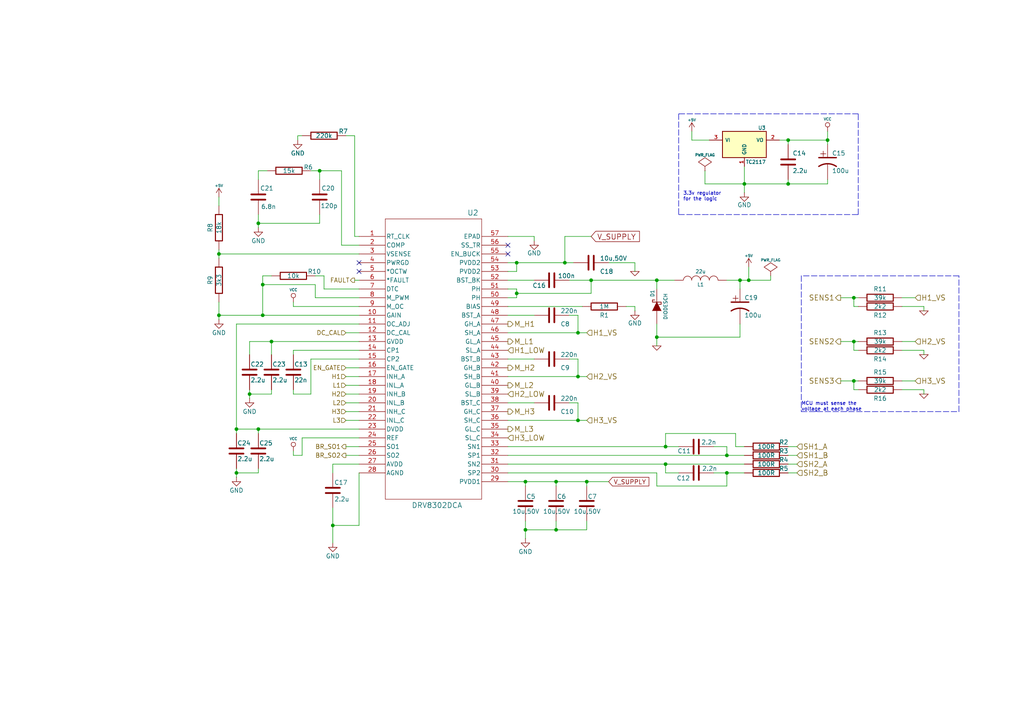
<source format=kicad_sch>
(kicad_sch (version 20231120) (generator "eeschema") (generator_version "8.0")
  (paper "A4")
  (lib_symbols
    (symbol "BLDC_4-rescue:+5V" (power) (pin_names (offset 0))
      (property "Value" "+5V" (at 0 3.556 0))
      (symbol "+5V_0_1"
        (polyline (pts (xy -0.762 1.27) (xy 0 2.54)))
        (polyline (pts (xy 0 0) (xy 0 2.54)))
        (polyline (pts (xy 0 2.54) (xy 0.762 1.27)))
      )
      (symbol "+5V_1_1"
        (pin power_in line (at 0 0 90) (length 0) hide (name "+5V") (number "1"))
      )
    )
    (symbol "BLDC_4-rescue:C-RESCUE-BLDC_4" (pin_numbers hide) (pin_names (offset 0.254))
      (property "Reference" "C" (at 0 2.54 0))
      (property "Value" "C-RESCUE-BLDC_4" (at 0.1524 -2.159 0))
      (symbol "C-RESCUE-BLDC_4_0_1"
        (polyline (pts (xy -2.032 -0.762) (xy 2.032 -0.762)) (stroke (width 0.508)))
        (polyline (pts (xy -2.032 0.762) (xy 2.032 0.762)) (stroke (width 0.508)))
      )
      (symbol "C-RESCUE-BLDC_4_1_1"
        (pin passive line (at 0 5.08 270) (length 4.318) (name "~") (number "1"))
        (pin passive line (at 0 -5.08 90) (length 4.318) (name "~") (number "2"))
      )
    )
    (symbol "BLDC_4-rescue:CP1-RESCUE-BLDC_4" (pin_numbers hide) (pin_names (offset 0.254) hide)
      (property "Reference" "C" (at 1.27 2.54 0))
      (property "Value" "CP1-RESCUE-BLDC_4" (at 1.27 -2.54 0))
      (symbol "CP1-RESCUE-BLDC_4_0_0"
        (text "+" (at -1.27 2.54 0) (effects (font (size 2.032 2.032))))
      )
      (symbol "CP1-RESCUE-BLDC_4_0_1"
        (polyline (pts (xy -2.54 1.27) (xy 2.54 1.27) (xy 1.27 1.27) (xy 1.27 1.27)) (stroke (width 0.381)))
        (arc (start 2.54 -1.27) (mid 0 -0.5009) (end -2.54 -1.27) (stroke (width 0.381)))
      )
      (symbol "CP1-RESCUE-BLDC_4_1_1"
        (pin passive line (at 0 5.08 270) (length 3.81) (name "~") (number "1"))
        (pin passive line (at 0 -5.08 90) (length 4.572) (name "~") (number "2"))
      )
    )
    (symbol "BLDC_4-rescue:DIODESCH" (pin_numbers hide) (pin_names (offset 1.016) hide)
      (property "Reference" "D" (at 0 2.54 0))
      (property "Value" "DIODESCH" (at 0 -2.54 0))
      (symbol "DIODESCH_0_1"
        (polyline (pts (xy -1.27 1.27) (xy 1.27 0) (xy -1.27 -1.27)) (fill (type outline)))
        (polyline (pts (xy 1.905 0.635) (xy 1.905 1.27) (xy 1.27 1.27) (xy 1.27 -1.27) (xy 0.635 -1.27) (xy 0.635 -0.635)) (stroke (width 0.2032)))
      )
      (symbol "DIODESCH_1_1"
        (pin passive line (at -5.08 0 0) (length 3.81) (name "A") (number "1"))
        (pin passive line (at 5.08 0 180) (length 3.81) (name "K") (number "2"))
      )
    )
    (symbol "BLDC_4-rescue:GND-RESCUE-BLDC_4" (power) (pin_names (offset 0))
      (symbol "GND-RESCUE-BLDC_4_0_1"
        (polyline (pts (xy -1.27 0) (xy 0 -1.27) (xy 1.27 0) (xy -1.27 0)))
      )
      (symbol "GND-RESCUE-BLDC_4_1_1"
        (pin power_in line (at 0 0 90) (length 0) hide (name "GND") (number "1"))
      )
    )
    (symbol "BLDC_4-rescue:INDUCTOR" (pin_numbers hide) (pin_names (offset 1.016) hide)
      (property "Reference" "L" (at -1.27 0 90))
      (property "Value" "INDUCTOR" (at 2.54 0 90))
      (symbol "INDUCTOR_0_1"
        (arc (start 0.0254 -5.0546) (mid 1.2449 -3.8097) (end 0.0254 -2.54))
        (arc (start 0.0254 -2.5146) (mid 1.2703 -1.2444) (end 0.0254 0.0508))
        (arc (start 0.0254 0.0254) (mid 1.2703 1.2956) (end 0.0254 2.5908))
        (arc (start 0.0254 2.5654) (mid 1.1941 3.7595) (end 0.0254 4.9784))
      )
      (symbol "INDUCTOR_1_1"
        (pin passive line (at 0 7.62 270) (length 2.54) (name "1") (number "1"))
        (pin passive line (at 0 -7.62 90) (length 2.54) (name "2") (number "2"))
      )
    )
    (symbol "BLDC_4-rescue:NCP1117ST33T3G" (pin_names (offset 0.762))
      (property "Reference" "U" (at 0 6.35 0))
      (property "Value" "NCP1117ST33T3G" (at 0 5.08 0))
      (symbol "NCP1117ST33T3G_0_1"
        (rectangle (start -6.35 -3.81) (end 6.35 3.81) (stroke (width 0.254)) (fill (type background)))
      )
      (symbol "NCP1117ST33T3G_1_1"
        (pin power_in line (at 0 -6.35 90) (length 2.54) (name "GND") (number "1"))
        (pin power_out line (at 10.16 1.27 180) (length 3.81) (name "VO") (number "2"))
        (pin power_in line (at -10.16 1.27 0) (length 3.81) (name "VI") (number "3"))
      )
    )
    (symbol "BLDC_4-rescue:PWR_FLAG" (power) (pin_numbers hide) (pin_names (offset 0) hide)
      (property "Value" "PWR_FLAG" (at 0 4.572 0))
      (symbol "PWR_FLAG_0_0"
        (pin power_out line (at 0 0 90) (length 0) (name "pwr") (number "1"))
      )
      (symbol "PWR_FLAG_0_1"
        (polyline (pts (xy 0 0) (xy 0 1.27) (xy -1.905 2.54) (xy 0 3.81) (xy 1.905 2.54) (xy 0 1.27)))
      )
    )
    (symbol "BLDC_4-rescue:R-RESCUE-BLDC_4" (pin_numbers hide) (pin_names (offset 0))
      (property "Reference" "R" (at 2.032 0 90))
      (property "Value" "R-RESCUE-BLDC_4" (at 0.1778 0.0254 90))
      (symbol "R-RESCUE-BLDC_4_0_1"
        (rectangle (start -1.016 3.81) (end 1.016 -3.81) (stroke (width 0.3048)))
      )
      (symbol "R-RESCUE-BLDC_4_1_1"
        (pin passive line (at 0 6.35 270) (length 2.54) (name "~") (number "1"))
        (pin passive line (at 0 -6.35 90) (length 2.54) (name "~") (number "2"))
      )
    )
    (symbol "BLDC_4-rescue:VCC" (power) (pin_names (offset 0))
      (property "Value" "VCC" (at 0 3.81 0))
      (symbol "VCC_0_1"
        (polyline (pts (xy 0 0) (xy 0 1.27)))
        (circle (center 0 1.905) (radius 0.635))
      )
      (symbol "VCC_1_1"
        (pin power_in line (at 0 0 90) (length 0) hide (name "VCC") (number "1"))
      )
    )
    (symbol "DRV8302:DRV8302DCA" (pin_names (offset 0.254))
      (property "Reference" "U" (at 35.56 10.16 0))
      (property "Value" "DRV8302DCA" (at 35.56 7.62 0))
      (symbol "DRV8302DCA_0_1"
        (polyline (pts (xy 7.62 -76.2) (xy 35.56 -76.2)) (stroke (width 0.127)))
        (polyline (pts (xy 7.62 5.08) (xy 7.62 -76.2)) (stroke (width 0.127)))
        (polyline (pts (xy 35.56 5.08) (xy 7.62 5.08)) (stroke (width 0.127)))
        (pin input line (at 0 0 0) (length 7.62) (name "RT_CLK") (number "1"))
        (pin output line (at 0 -22.86 0) (length 7.62) (name "GAIN") (number "10"))
        (pin input line (at 0 -25.4 0) (length 7.62) (name "OC_ADJ") (number "11"))
        (pin input line (at 0 -27.94 0) (length 7.62) (name "DC_CAL") (number "12"))
        (pin power_in line (at 0 -30.48 0) (length 7.62) (name "GVDD") (number "13"))
        (pin power_in line (at 0 -33.02 0) (length 7.62) (name "CP1") (number "14"))
        (pin power_in line (at 0 -35.56 0) (length 7.62) (name "CP2") (number "15"))
        (pin input line (at 0 -38.1 0) (length 7.62) (name "EN_GATE") (number "16"))
        (pin input line (at 0 -40.64 0) (length 7.62) (name "INH_A") (number "17"))
        (pin input line (at 0 -43.18 0) (length 7.62) (name "INL_A") (number "18"))
        (pin input line (at 0 -45.72 0) (length 7.62) (name "INH_B") (number "19"))
        (pin output line (at 0 -2.54 0) (length 7.62) (name "COMP") (number "2"))
        (pin input line (at 0 -48.26 0) (length 7.62) (name "INL_B") (number "20"))
        (pin input line (at 0 -50.8 0) (length 7.62) (name "INH_C") (number "21"))
        (pin input line (at 0 -53.34 0) (length 7.62) (name "INL_C") (number "22"))
        (pin power_in line (at 0 -55.88 0) (length 7.62) (name "DVDD") (number "23"))
        (pin input line (at 0 -58.42 0) (length 7.62) (name "REF") (number "24"))
        (pin output line (at 0 -60.96 0) (length 7.62) (name "SO1") (number "25"))
        (pin output line (at 0 -63.5 0) (length 7.62) (name "SO2") (number "26"))
        (pin power_in line (at 0 -66.04 0) (length 7.62) (name "AVDD") (number "27"))
        (pin power_in line (at 0 -68.58 0) (length 7.62) (name "AGND") (number "28"))
        (pin power_in line (at 43.18 -71.12 180) (length 7.62) (name "PVDD1") (number "29"))
        (pin input line (at 0 -5.08 0) (length 7.62) (name "VSENSE") (number "3"))
        (pin input line (at 43.18 -68.58 180) (length 7.62) (name "SP2") (number "30"))
        (pin input line (at 43.18 -66.04 180) (length 7.62) (name "SN2") (number "31"))
        (pin input line (at 43.18 -63.5 180) (length 7.62) (name "SP1") (number "32"))
        (pin input line (at 43.18 -60.96 180) (length 7.62) (name "SN1") (number "33"))
        (pin input line (at 43.18 -58.42 180) (length 7.62) (name "SL_C") (number "34"))
        (pin output line (at 43.18 -55.88 180) (length 7.62) (name "GL_C") (number "35"))
        (pin input line (at 43.18 -53.34 180) (length 7.62) (name "SH_C") (number "36"))
        (pin output line (at 43.18 -50.8 180) (length 7.62) (name "GH_C") (number "37"))
        (pin power_in line (at 43.18 -48.26 180) (length 7.62) (name "BST_C") (number "38"))
        (pin input line (at 43.18 -45.72 180) (length 7.62) (name "SL_B") (number "39"))
        (pin input line (at 0 -7.62 0) (length 7.62) (name "PWRGD") (number "4"))
        (pin output line (at 43.18 -43.18 180) (length 7.62) (name "GL_B") (number "40"))
        (pin input line (at 43.18 -40.64 180) (length 7.62) (name "SH_B") (number "41"))
        (pin output line (at 43.18 -38.1 180) (length 7.62) (name "GH_B") (number "42"))
        (pin power_in line (at 43.18 -35.56 180) (length 7.62) (name "BST_B") (number "43"))
        (pin input line (at 43.18 -33.02 180) (length 7.62) (name "SL_A") (number "44"))
        (pin output line (at 43.18 -30.48 180) (length 7.62) (name "GL_A") (number "45"))
        (pin input line (at 43.18 -27.94 180) (length 7.62) (name "SH_A") (number "46"))
        (pin output line (at 43.18 -25.4 180) (length 7.62) (name "GH_A") (number "47"))
        (pin power_in line (at 43.18 -22.86 180) (length 7.62) (name "BST_A") (number "48"))
        (pin input line (at 43.18 -20.32 180) (length 7.62) (name "BIAS") (number "49"))
        (pin output line (at 0 -10.16 0) (length 7.62) (name "*OCTW") (number "5"))
        (pin output line (at 43.18 -17.78 180) (length 7.62) (name "PH") (number "50"))
        (pin output line (at 43.18 -15.24 180) (length 7.62) (name "PH") (number "51"))
        (pin power_in line (at 43.18 -12.7 180) (length 7.62) (name "BST_BK") (number "52"))
        (pin power_in line (at 43.18 -10.16 180) (length 7.62) (name "PVDD2") (number "53"))
        (pin power_in line (at 43.18 -7.62 180) (length 7.62) (name "PVDD2") (number "54"))
        (pin input line (at 43.18 -5.08 180) (length 7.62) (name "EN_BUCK") (number "55"))
        (pin input line (at 43.18 -2.54 180) (length 7.62) (name "SS_TR") (number "56"))
        (pin unspecified line (at 43.18 0 180) (length 7.62) (name "EPAD") (number "57"))
        (pin output line (at 0 -12.7 0) (length 7.62) (name "*FAULT") (number "6"))
        (pin input line (at 0 -15.24 0) (length 7.62) (name "DTC") (number "7"))
        (pin input line (at 0 -17.78 0) (length 7.62) (name "M_PWM") (number "8"))
        (pin input line (at 0 -20.32 0) (length 7.62) (name "M_OC") (number "9"))
      )
      (symbol "DRV8302DCA_1_1"
        (polyline (pts (xy 35.56 -76.2) (xy 35.56 5.08)) (stroke (width 0.127)))
      )
    )
    (symbol "power:GND" (power) (pin_numbers hide) (pin_names (offset 0) hide)
      (property "Value" "GND" (at 0 -3.81 0))
      (symbol "GND_0_1"
        (polyline (pts (xy 0 0) (xy 0 -1.27) (xy 1.27 -1.27) (xy 0 -2.54) (xy -1.27 -1.27) (xy 0 -1.27)))
      )
      (symbol "GND_1_1"
        (pin power_in line (at 0 0 270) (length 0) (name "~") (number "1"))
      )
    )
  )
  (junction (at 240.03 40.64))
  (junction (at 163.83 76.2))
  (junction (at 167.64 121.92))
  (junction (at 92.71 49.53))
  (junction (at 68.58 137.16))
  (junction (at 78.74 99.06))
  (junction (at 161.29 139.7))
  (junction (at 247.65 110.49))
  (junction (at 96.52 152.4))
  (junction (at 247.65 86.36))
  (junction (at 68.58 124.46))
  (junction (at 228.6 40.64))
  (junction (at 161.29 153.67))
  (junction (at 63.5 73.66))
  (junction (at 193.04 129.54))
  (junction (at 63.5 91.44))
  (junction (at 190.5 81.28))
  (junction (at 167.64 109.22))
  (junction (at 171.45 81.28))
  (junction (at 193.04 134.62))
  (junction (at 76.2 91.44))
  (junction (at 170.18 139.7))
  (junction (at 167.64 96.52))
  (junction (at 217.17 81.28))
  (junction (at 247.65 99.06))
  (junction (at 214.63 81.28))
  (junction (at 152.4 139.7))
  (junction (at 74.93 64.77))
  (junction (at 215.9 53.34))
  (junction (at 228.6 53.34))
  (junction (at 74.93 124.46))
  (junction (at 76.2 82.55))
  (junction (at 210.82 132.08))
  (junction (at 149.86 76.2))
  (junction (at 190.5 97.79))
  (junction (at 72.39 114.3))
  (junction (at 152.4 153.67))
  (junction (at 210.82 137.16))
  (junction (at 149.86 85.09))
  (no_connect (at 147.32 71.12))
  (no_connect (at 147.32 73.66))
  (no_connect (at 104.14 76.2))
  (no_connect (at 104.14 78.74))
  (wire (pts (xy 228.6 40.64) (xy 228.6 41.91)))
  (wire (pts (xy 261.62 110.49) (xy 265.43 110.49)))
  (wire (pts (xy 190.5 97.79) (xy 214.63 97.79)))
  (wire (pts (xy 247.65 99.06) (xy 248.92 99.06)))
  (wire (pts (xy 87.63 127) (xy 87.63 132.08)))
  (wire (pts (xy 247.65 88.9) (xy 247.65 86.36)))
  (wire (pts (xy 267.97 113.03) (xy 267.97 114.3)))
  (wire (pts (xy 76.2 80.01) (xy 76.2 82.55)))
  (wire (pts (xy 72.39 99.06) (xy 78.74 99.06)))
  (polyline (pts (xy 278.13 119.38) (xy 278.13 80.01)) (stroke (width 0) (type dash)))
  (wire (pts (xy 74.93 124.46) (xy 68.58 124.46)))
  (wire (pts (xy 248.92 113.03) (xy 247.65 113.03)))
  (wire (pts (xy 165.1 81.28) (xy 171.45 81.28)))
  (wire (pts (xy 100.33 121.92) (xy 104.14 121.92)))
  (wire (pts (xy 210.82 137.16) (xy 215.9 137.16)))
  (wire (pts (xy 167.64 109.22) (xy 170.18 109.22)))
  (wire (pts (xy 92.71 62.23) (xy 92.71 64.77)))
  (wire (pts (xy 207.01 137.16) (xy 210.82 137.16)))
  (wire (pts (xy 181.61 88.9) (xy 184.15 88.9)))
  (wire (pts (xy 214.63 97.79) (xy 214.63 93.98)))
  (wire (pts (xy 210.82 81.28) (xy 214.63 81.28)))
  (wire (pts (xy 104.14 88.9) (xy 85.09 88.9)))
  (wire (pts (xy 92.71 64.77) (xy 74.93 64.77)))
  (wire (pts (xy 193.04 134.62) (xy 215.9 134.62)))
  (wire (pts (xy 193.04 137.16) (xy 196.85 137.16)))
  (wire (pts (xy 190.5 97.79) (xy 190.5 100.33)))
  (wire (pts (xy 100.33 116.84) (xy 104.14 116.84)))
  (wire (pts (xy 204.47 53.34) (xy 204.47 49.53)))
  (wire (pts (xy 85.09 113.03) (xy 85.09 114.3)))
  (wire (pts (xy 163.83 68.58) (xy 163.83 76.2)))
  (wire (pts (xy 240.03 40.64) (xy 240.03 38.1)))
  (wire (pts (xy 214.63 81.28) (xy 214.63 83.82)))
  (wire (pts (xy 167.64 91.44) (xy 167.64 96.52)))
  (wire (pts (xy 93.98 80.01) (xy 93.98 83.82)))
  (wire (pts (xy 217.17 81.28) (xy 223.52 81.28)))
  (wire (pts (xy 247.65 86.36) (xy 248.92 86.36)))
  (polyline (pts (xy 248.92 33.02) (xy 196.85 33.02)) (stroke (width 0) (type dash)))
  (wire (pts (xy 78.74 99.06) (xy 78.74 102.87)))
  (wire (pts (xy 205.74 40.64) (xy 200.66 40.64)))
  (wire (pts (xy 74.93 52.07) (xy 74.93 49.53)))
  (wire (pts (xy 74.93 64.77) (xy 74.93 62.23)))
  (wire (pts (xy 147.32 109.22) (xy 167.64 109.22)))
  (wire (pts (xy 90.17 49.53) (xy 92.71 49.53)))
  (wire (pts (xy 154.94 91.44) (xy 147.32 91.44)))
  (wire (pts (xy 149.86 83.82) (xy 149.86 85.09)))
  (wire (pts (xy 96.52 152.4) (xy 96.52 157.48)))
  (polyline (pts (xy 196.85 62.23) (xy 248.92 62.23)) (stroke (width 0) (type dash)))
  (wire (pts (xy 161.29 153.67) (xy 152.4 153.67)))
  (wire (pts (xy 261.62 99.06) (xy 265.43 99.06)))
  (wire (pts (xy 170.18 140.97) (xy 170.18 139.7)))
  (wire (pts (xy 74.93 124.46) (xy 74.93 125.73)))
  (wire (pts (xy 207.01 129.54) (xy 210.82 129.54)))
  (wire (pts (xy 147.32 81.28) (xy 154.94 81.28)))
  (wire (pts (xy 214.63 81.28) (xy 217.17 81.28)))
  (wire (pts (xy 68.58 137.16) (xy 74.93 137.16)))
  (wire (pts (xy 176.53 76.2) (xy 184.15 76.2)))
  (wire (pts (xy 96.52 137.16) (xy 96.52 134.62)))
  (wire (pts (xy 248.92 88.9) (xy 247.65 88.9)))
  (wire (pts (xy 243.84 86.36) (xy 247.65 86.36)))
  (wire (pts (xy 170.18 139.7) (xy 176.53 139.7)))
  (wire (pts (xy 63.5 91.44) (xy 63.5 92.71)))
  (wire (pts (xy 190.5 140.97) (xy 190.5 137.16)))
  (wire (pts (xy 152.4 153.67) (xy 152.4 156.21)))
  (wire (pts (xy 147.32 129.54) (xy 193.04 129.54)))
  (wire (pts (xy 100.33 119.38) (xy 104.14 119.38)))
  (wire (pts (xy 63.5 72.39) (xy 63.5 73.66)))
  (wire (pts (xy 243.84 99.06) (xy 247.65 99.06)))
  (wire (pts (xy 147.32 76.2) (xy 149.86 76.2)))
  (wire (pts (xy 85.09 114.3) (xy 90.17 114.3)))
  (wire (pts (xy 92.71 49.53) (xy 92.71 52.07)))
  (wire (pts (xy 100.33 96.52) (xy 104.14 96.52)))
  (wire (pts (xy 86.36 39.37) (xy 87.63 39.37)))
  (wire (pts (xy 215.9 53.34) (xy 228.6 53.34)))
  (wire (pts (xy 190.5 81.28) (xy 195.58 81.28)))
  (wire (pts (xy 63.5 87.63) (xy 63.5 91.44)))
  (wire (pts (xy 228.6 53.34) (xy 240.03 53.34)))
  (wire (pts (xy 100.33 114.3) (xy 104.14 114.3)))
  (wire (pts (xy 147.32 121.92) (xy 167.64 121.92)))
  (wire (pts (xy 161.29 153.67) (xy 170.18 153.67)))
  (wire (pts (xy 92.71 49.53) (xy 99.06 49.53)))
  (wire (pts (xy 228.6 129.54) (xy 231.14 129.54)))
  (wire (pts (xy 104.14 91.44) (xy 76.2 91.44)))
  (wire (pts (xy 63.5 73.66) (xy 63.5 74.93)))
  (wire (pts (xy 74.93 135.89) (xy 74.93 137.16)))
  (wire (pts (xy 149.86 76.2) (xy 149.86 78.74)))
  (wire (pts (xy 165.1 104.14) (xy 167.64 104.14)))
  (wire (pts (xy 154.94 104.14) (xy 147.32 104.14)))
  (wire (pts (xy 228.6 53.34) (xy 228.6 52.07)))
  (wire (pts (xy 213.36 129.54) (xy 215.9 129.54)))
  (wire (pts (xy 165.1 116.84) (xy 167.64 116.84)))
  (wire (pts (xy 193.04 125.73) (xy 193.04 129.54)))
  (wire (pts (xy 223.52 81.28) (xy 223.52 80.01)))
  (wire (pts (xy 168.91 88.9) (xy 147.32 88.9)))
  (wire (pts (xy 267.97 101.6) (xy 267.97 102.87)))
  (wire (pts (xy 147.32 96.52) (xy 167.64 96.52)))
  (wire (pts (xy 261.62 88.9) (xy 267.97 88.9)))
  (wire (pts (xy 91.44 86.36) (xy 104.14 86.36)))
  (wire (pts (xy 147.32 139.7) (xy 152.4 139.7)))
  (wire (pts (xy 204.47 53.34) (xy 215.9 53.34)))
  (wire (pts (xy 193.04 125.73) (xy 213.36 125.73)))
  (wire (pts (xy 63.5 73.66) (xy 104.14 73.66)))
  (wire (pts (xy 100.33 129.54) (xy 104.14 129.54)))
  (wire (pts (xy 184.15 88.9) (xy 184.15 90.17)))
  (wire (pts (xy 171.45 81.28) (xy 190.5 81.28)))
  (wire (pts (xy 74.93 49.53) (xy 77.47 49.53)))
  (polyline (pts (xy 232.41 80.01) (xy 232.41 119.38)) (stroke (width 0) (type dash)))
  (wire (pts (xy 184.15 76.2) (xy 184.15 78.74)))
  (wire (pts (xy 93.98 83.82) (xy 104.14 83.82)))
  (wire (pts (xy 243.84 110.49) (xy 247.65 110.49)))
  (wire (pts (xy 240.03 53.34) (xy 240.03 52.07)))
  (wire (pts (xy 228.6 132.08) (xy 231.14 132.08)))
  (wire (pts (xy 90.17 114.3) (xy 90.17 104.14)))
  (wire (pts (xy 63.5 57.15) (xy 63.5 59.69)))
  (wire (pts (xy 104.14 127) (xy 87.63 127)))
  (wire (pts (xy 228.6 137.16) (xy 231.14 137.16)))
  (wire (pts (xy 76.2 82.55) (xy 91.44 82.55)))
  (wire (pts (xy 68.58 93.98) (xy 68.58 124.46)))
  (wire (pts (xy 190.5 93.98) (xy 190.5 97.79)))
  (wire (pts (xy 215.9 53.34) (xy 215.9 55.88)))
  (wire (pts (xy 72.39 102.87) (xy 72.39 99.06)))
  (wire (pts (xy 85.09 101.6) (xy 104.14 101.6)))
  (wire (pts (xy 147.32 132.08) (xy 210.82 132.08)))
  (wire (pts (xy 147.32 68.58) (xy 154.94 68.58)))
  (wire (pts (xy 100.33 111.76) (xy 104.14 111.76)))
  (polyline (pts (xy 248.92 62.23) (xy 248.92 33.02)) (stroke (width 0) (type dash)))
  (wire (pts (xy 91.44 80.01) (xy 93.98 80.01)))
  (wire (pts (xy 149.86 85.09) (xy 171.45 85.09)))
  (wire (pts (xy 76.2 91.44) (xy 63.5 91.44)))
  (wire (pts (xy 149.86 86.36) (xy 147.32 86.36)))
  (wire (pts (xy 165.1 91.44) (xy 167.64 91.44)))
  (wire (pts (xy 161.29 151.13) (xy 161.29 153.67)))
  (wire (pts (xy 161.29 140.97) (xy 161.29 139.7)))
  (wire (pts (xy 99.06 71.12) (xy 104.14 71.12)))
  (wire (pts (xy 68.58 124.46) (xy 68.58 125.73)))
  (polyline (pts (xy 196.85 33.02) (xy 196.85 62.23)) (stroke (width 0) (type dash)))
  (wire (pts (xy 102.87 39.37) (xy 100.33 39.37)))
  (wire (pts (xy 68.58 135.89) (xy 68.58 137.16)))
  (wire (pts (xy 102.87 81.28) (xy 104.14 81.28)))
  (wire (pts (xy 87.63 132.08) (xy 85.09 132.08)))
  (wire (pts (xy 104.14 124.46) (xy 74.93 124.46)))
  (wire (pts (xy 104.14 137.16) (xy 104.14 152.4)))
  (wire (pts (xy 78.74 113.03) (xy 78.74 114.3)))
  (wire (pts (xy 72.39 113.03) (xy 72.39 114.3)))
  (wire (pts (xy 96.52 134.62) (xy 104.14 134.62)))
  (wire (pts (xy 261.62 101.6) (xy 267.97 101.6)))
  (wire (pts (xy 85.09 130.81) (xy 85.09 132.08)))
  (wire (pts (xy 149.86 85.09) (xy 149.86 86.36)))
  (wire (pts (xy 210.82 140.97) (xy 190.5 140.97)))
  (wire (pts (xy 215.9 48.26) (xy 215.9 53.34)))
  (wire (pts (xy 78.74 80.01) (xy 76.2 80.01)))
  (wire (pts (xy 210.82 132.08) (xy 215.9 132.08)))
  (wire (pts (xy 210.82 129.54) (xy 210.82 132.08)))
  (wire (pts (xy 210.82 137.16) (xy 210.82 140.97)))
  (wire (pts (xy 171.45 85.09) (xy 171.45 81.28)))
  (wire (pts (xy 154.94 116.84) (xy 147.32 116.84)))
  (wire (pts (xy 152.4 139.7) (xy 152.4 140.97)))
  (wire (pts (xy 104.14 93.98) (xy 68.58 93.98)))
  (wire (pts (xy 228.6 40.64) (xy 240.03 40.64)))
  (wire (pts (xy 100.33 132.08) (xy 104.14 132.08)))
  (wire (pts (xy 76.2 82.55) (xy 76.2 91.44)))
  (wire (pts (xy 163.83 76.2) (xy 166.37 76.2)))
  (wire (pts (xy 147.32 83.82) (xy 149.86 83.82)))
  (wire (pts (xy 90.17 104.14) (xy 104.14 104.14)))
  (wire (pts (xy 68.58 137.16) (xy 68.58 138.43)))
  (wire (pts (xy 147.32 78.74) (xy 149.86 78.74)))
  (wire (pts (xy 102.87 39.37) (xy 102.87 68.58)))
  (wire (pts (xy 104.14 152.4) (xy 96.52 152.4)))
  (wire (pts (xy 154.94 69.85) (xy 154.94 68.58)))
  (wire (pts (xy 100.33 106.68) (xy 104.14 106.68)))
  (wire (pts (xy 267.97 88.9) (xy 267.97 90.17)))
  (wire (pts (xy 72.39 114.3) (xy 78.74 114.3)))
  (wire (pts (xy 100.33 109.22) (xy 104.14 109.22)))
  (wire (pts (xy 104.14 99.06) (xy 78.74 99.06)))
  (wire (pts (xy 99.06 49.53) (xy 99.06 71.12)))
  (wire (pts (xy 193.04 134.62) (xy 193.04 137.16)))
  (wire (pts (xy 147.32 137.16) (xy 190.5 137.16)))
  (wire (pts (xy 91.44 82.55) (xy 91.44 86.36)))
  (wire (pts (xy 167.64 121.92) (xy 170.18 121.92)))
  (wire (pts (xy 96.52 152.4) (xy 96.52 147.32)))
  (wire (pts (xy 240.03 40.64) (xy 240.03 41.91)))
  (wire (pts (xy 228.6 134.62) (xy 231.14 134.62)))
  (wire (pts (xy 167.64 96.52) (xy 170.18 96.52)))
  (wire (pts (xy 213.36 125.73) (xy 213.36 129.54)))
  (wire (pts (xy 261.62 86.36) (xy 265.43 86.36)))
  (wire (pts (xy 102.87 68.58) (xy 104.14 68.58)))
  (wire (pts (xy 170.18 151.13) (xy 170.18 153.67)))
  (wire (pts (xy 170.18 139.7) (xy 161.29 139.7)))
  (wire (pts (xy 200.66 40.64) (xy 200.66 38.1)))
  (wire (pts (xy 161.29 139.7) (xy 152.4 139.7)))
  (wire (pts (xy 147.32 134.62) (xy 193.04 134.62)))
  (wire (pts (xy 167.64 116.84) (xy 167.64 121.92)))
  (wire (pts (xy 190.5 83.82) (xy 190.5 81.28)))
  (wire (pts (xy 217.17 81.28) (xy 217.17 77.47)))
  (wire (pts (xy 149.86 76.2) (xy 163.83 76.2)))
  (wire (pts (xy 152.4 151.13) (xy 152.4 153.67)))
  (wire (pts (xy 196.85 129.54) (xy 193.04 129.54)))
  (wire (pts (xy 72.39 115.57) (xy 72.39 114.3)))
  (wire (pts (xy 74.93 64.77) (xy 74.93 66.04)))
  (polyline (pts (xy 232.41 119.38) (xy 278.13 119.38)) (stroke (width 0) (type dash)))
  (wire (pts (xy 86.36 40.64) (xy 86.36 39.37)))
  (wire (pts (xy 247.65 113.03) (xy 247.65 110.49)))
  (wire (pts (xy 163.83 68.58) (xy 171.45 68.58)))
  (wire (pts (xy 85.09 88.9) (xy 85.09 87.63)))
  (polyline (pts (xy 278.13 80.01) (xy 232.41 80.01)) (stroke (width 0) (type dash)))
  (wire (pts (xy 226.06 40.64) (xy 228.6 40.64)))
  (wire (pts (xy 247.65 101.6) (xy 248.92 101.6)))
  (wire (pts (xy 247.65 99.06) (xy 247.65 101.6)))
  (wire (pts (xy 261.62 113.03) (xy 267.97 113.03)))
  (wire (pts (xy 247.65 110.49) (xy 248.92 110.49)))
  (wire (pts (xy 167.64 104.14) (xy 167.64 109.22)))
  (wire (pts (xy 85.09 102.87) (xy 85.09 101.6)))
  (text "MCU must sense the\nvoltage at each phase" (at 232.41 119.38 0) (effects (font (size 1.016 1.016)) (justify left bottom)))
  (text "3.3v regulator\nfor the logic" (at 198.12 58.42 0) (effects (font (size 1.016 1.016)) (justify left bottom)))
  (global_label "V_SUPPLY" (shape input) (at 171.45 68.58 0) (effects (font (size 1.524 1.524))) (property "Intersheetrefs" "${INTERSHEET_REFS}" (effects (hide yes))))
  (global_label "V_SUPPLY" (shape input) (at 176.53 139.7 0) (property "Intersheetrefs" "${INTERSHEET_REFS}" (effects (hide yes))))
  (hierarchical_label "H2_LOW" (shape input) (at 147.32 114.3 0) (effects (font (size 1.524 1.524))))
  (hierarchical_label "L1" (shape input) (at 100.33 111.76 180))
  (hierarchical_label "H2" (shape input) (at 100.33 114.3 180))
  (hierarchical_label "BR_SO1" (shape output) (at 100.33 129.54 180))
  (hierarchical_label "L2" (shape input) (at 100.33 116.84 180))
  (hierarchical_label "M_L1" (shape output) (at 147.32 99.06 0) (effects (font (size 1.524 1.524))))
  (hierarchical_label "BR_SO2" (shape output) (at 100.33 132.08 180))
  (hierarchical_label "SH2_B" (shape input) (at 231.14 137.16 0) (effects (font (size 1.524 1.524))))
  (hierarchical_label "H1" (shape input) (at 100.33 109.22 180))
  (hierarchical_label "EN_GATE" (shape input) (at 100.33 106.68 180))
  (hierarchical_label "SENS1" (shape output) (at 243.84 86.36 180) (effects (font (size 1.524 1.524))))
  (hierarchical_label "H1_LOW" (shape input) (at 147.32 101.6 0) (effects (font (size 1.524 1.524))))
  (hierarchical_label "H2_VS" (shape input) (at 170.18 109.22 0) (effects (font (size 1.524 1.524))))
  (hierarchical_label "SH1_B" (shape input) (at 231.14 132.08 0) (effects (font (size 1.524 1.524))))
  (hierarchical_label "SENS2" (shape output) (at 243.84 99.06 180) (effects (font (size 1.524 1.524))))
  (hierarchical_label "H3" (shape input) (at 100.33 119.38 180))
  (hierarchical_label "M_L2" (shape output) (at 147.32 111.76 0) (effects (font (size 1.524 1.524))))
  (hierarchical_label "SENS3" (shape output) (at 243.84 110.49 180) (effects (font (size 1.524 1.524))))
  (hierarchical_label "M_H2" (shape output) (at 147.32 106.68 0) (effects (font (size 1.524 1.524))))
  (hierarchical_label "H1_VS" (shape input) (at 170.18 96.52 0) (effects (font (size 1.524 1.524))))
  (hierarchical_label "H3_VS" (shape input) (at 265.43 110.49 0) (effects (font (size 1.524 1.524))))
  (hierarchical_label "SH1_A" (shape input) (at 231.14 129.54 0) (effects (font (size 1.524 1.524))))
  (hierarchical_label "H1_VS" (shape input) (at 265.43 86.36 0) (effects (font (size 1.524 1.524))))
  (hierarchical_label "M_H3" (shape output) (at 147.32 119.38 0) (effects (font (size 1.524 1.524))))
  (hierarchical_label "DC_CAL" (shape input) (at 100.33 96.52 180))
  (hierarchical_label "SH2_A" (shape input) (at 231.14 134.62 0) (effects (font (size 1.524 1.524))))
  (hierarchical_label "L3" (shape input) (at 100.33 121.92 180))
  (hierarchical_label "FAULT" (shape output) (at 102.87 81.28 180))
  (hierarchical_label "H3_LOW" (shape input) (at 147.32 127 0) (effects (font (size 1.524 1.524))))
  (hierarchical_label "M_H1" (shape output) (at 147.32 93.98 0) (effects (font (size 1.524 1.524))))
  (hierarchical_label "M_L3" (shape output) (at 147.32 124.46 0) (effects (font (size 1.524 1.524))))
  (hierarchical_label "H2_VS" (shape input) (at 265.43 99.06 0) (effects (font (size 1.524 1.524))))
  (hierarchical_label "H3_VS" (shape input) (at 170.18 121.92 0) (effects (font (size 1.524 1.524))))
  (symbol (lib_id "BLDC_4-rescue:C-RESCUE-BLDC_4") (at 170.18 146.05 0) (unit 1)
    (property "Reference" "C7" (at 170.434 144.018 0) (effects (justify left)))
    (property "Value" "10u,50V" (at 166.37 148.336 0) (effects (justify left)))
    (property "Footprint" "Capacitor_SMD:C_1206_3216Metric" (effects (hide yes)))
  )
  (symbol (lib_id "BLDC_4-rescue:R-RESCUE-BLDC_4") (at 222.25 137.16 270) (unit 1)
    (property "Reference" "R5" (at 227.33 135.89 90))
    (property "Value" "100R" (at 222.25 137.16 90))
    (property "Footprint" "Resistor_SMD:R_0603_1608Metric" (effects (hide yes)))
  )
  (symbol (lib_id "BLDC_4-rescue:GND-RESCUE-BLDC_4") (at 190.5 100.33 0) (unit 1)
    (property "Reference" "#PWR09" (effects (hide yes)))
    (property "Value" "GND" (effects (hide yes)))
  )
  (symbol (lib_id "BLDC_4-rescue:R-RESCUE-BLDC_4") (at 63.5 66.04 0) (unit 1)
    (property "Reference" "R8" (at 60.96 66.04 90))
    (property "Value" "18k" (at 63.5 66.04 90))
    (property "Footprint" "Resistor_SMD:R_0603_1608Metric" (effects (hide yes)))
  )
  (symbol (lib_id "BLDC_4-rescue:NCP1117ST33T3G") (at 215.9 41.91 0) (unit 1)
    (property "Reference" "U3" (at 220.98 37.084 0) (effects (font (size 1.016 1.016))))
    (property "Value" "TC2117" (at 219.202 46.99 0) (effects (font (size 1.016 1.016))))
    (property "Footprint" "Package_TO_SOT_SMD:SOT-223-3_TabPin2" (effects (hide yes)))
  )
  (symbol (lib_id "BLDC_4-rescue:C-RESCUE-BLDC_4") (at 78.74 107.95 0) (unit 1)
    (property "Reference" "C23" (at 78.994 105.664 0) (effects (justify left)))
    (property "Value" "2.2u" (at 78.994 110.236 0) (effects (justify left)))
    (property "Footprint" "Capacitor_SMD:C_0603_1608Metric" (effects (hide yes)))
  )
  (symbol (lib_id "power:GND") (at 86.36 40.64 0) (unit 1)
    (property "Reference" "#PWR012" (effects (hide yes)))
    (property "Value" "GND" (at 86.36 44.45 0))
    (property "Description" "Power symbol creates a global label with name \"GND\" , ground" (effects (hide yes)))
  )
  (symbol (lib_id "BLDC_4-rescue:C-RESCUE-BLDC_4") (at 228.6 46.99 0) (unit 1)
    (property "Reference" "C14" (at 229.87 44.45 0) (effects (justify left)))
    (property "Value" "2.2u" (at 229.87 49.53 0) (effects (justify left)))
    (property "Footprint" "Capacitor_SMD:C_0603_1608Metric" (effects (hide yes)))
  )
  (symbol (lib_id "BLDC_4-rescue:C-RESCUE-BLDC_4") (at 85.09 107.95 0) (unit 1)
    (property "Reference" "C13" (at 85.344 105.664 0) (effects (justify left)))
    (property "Value" "22n" (at 85.344 110.236 0) (effects (justify left)))
    (property "Footprint" "Capacitor_SMD:C_0603_1608Metric" (effects (hide yes)))
  )
  (symbol (lib_id "BLDC_4-rescue:C-RESCUE-BLDC_4") (at 74.93 57.15 0) (unit 1)
    (property "Reference" "C21" (at 75.438 54.61 0) (effects (justify left)))
    (property "Value" "6.8n" (at 75.692 59.944 0) (effects (justify left)))
    (property "Footprint" "Capacitor_SMD:C_0603_1608Metric" (effects (hide yes)))
  )
  (symbol (lib_id "BLDC_4-rescue:C-RESCUE-BLDC_4") (at 160.02 91.44 270) (unit 1)
    (property "Reference" "C8" (at 162.56 93.98 90) (effects (justify left)))
    (property "Value" "220n" (at 162.56 90.17 90) (effects (justify left)))
    (property "Footprint" "Capacitor_SMD:C_0603_1608Metric" (effects (hide yes)))
  )
  (symbol (lib_id "BLDC_4-rescue:C-RESCUE-BLDC_4") (at 161.29 146.05 0) (unit 1)
    (property "Reference" "C6" (at 161.544 144.018 0) (effects (justify left)))
    (property "Value" "10u,50V" (at 157.48 148.336 0) (effects (justify left)))
    (property "Footprint" "Capacitor_SMD:C_1206_3216Metric" (effects (hide yes)))
  )
  (symbol (lib_id "BLDC_4-rescue:R-RESCUE-BLDC_4") (at 255.27 101.6 270) (unit 1)
    (property "Reference" "R14" (at 255.27 104.14 90))
    (property "Value" "2k2" (at 255.27 101.6 90))
    (property "Footprint" "Resistor_SMD:R_0603_1608Metric" (effects (hide yes)))
  )
  (symbol (lib_id "BLDC_4-rescue:VCC") (at 85.09 130.81 0) (unit 1)
    (property "Reference" "#PWR019" (effects (hide yes)))
    (property "Value" "VCC" (at 85.09 127.254 0) (effects (font (size 0.762 0.762))))
  )
  (symbol (lib_id "BLDC_4-rescue:+5V") (at 63.5 57.15 0) (unit 1)
    (property "Reference" "#PWR013" (effects (hide yes)))
    (property "Value" "+5V" (at 63.5 53.848 0) (effects (font (size 0.762 0.762))))
  )
  (symbol (lib_id "BLDC_4-rescue:C-RESCUE-BLDC_4") (at 96.52 142.24 180) (unit 1)
    (property "Reference" "C17" (at 100.838 139.954 0) (effects (justify left)))
    (property "Value" "2.2u" (at 101.346 144.78 0) (effects (justify left)))
    (property "Footprint" "Capacitor_SMD:C_0603_1608Metric" (effects (hide yes)))
  )
  (symbol (lib_id "BLDC_4-rescue:R-RESCUE-BLDC_4") (at 255.27 88.9 270) (unit 1)
    (property "Reference" "R12" (at 255.27 91.44 90))
    (property "Value" "2k2" (at 255.27 88.9 90))
    (property "Footprint" "Resistor_SMD:R_0603_1608Metric" (effects (hide yes)))
  )
  (symbol (lib_id "BLDC_4-rescue:R-RESCUE-BLDC_4") (at 175.26 88.9 270) (unit 1)
    (property "Reference" "R1" (at 175.26 91.44 90))
    (property "Value" "1M" (at 175.26 88.9 90))
    (property "Footprint" "Resistor_SMD:R_0603_1608Metric" (effects (hide yes)))
  )
  (symbol (lib_id "power:GND") (at 96.52 157.48 0) (unit 1)
    (property "Reference" "#PWR011" (effects (hide yes)))
    (property "Value" "GND" (at 96.52 161.29 0))
    (property "Description" "Power symbol creates a global label with name \"GND\" , ground" (effects (hide yes)))
  )
  (symbol (lib_id "power:GND") (at 68.58 138.43 0) (unit 1)
    (property "Reference" "#PWR018" (effects (hide yes)))
    (property "Value" "GND" (at 68.58 142.24 0))
    (property "Description" "Power symbol creates a global label with name \"GND\" , ground" (effects (hide yes)))
  )
  (symbol (lib_id "BLDC_4-rescue:C-RESCUE-BLDC_4") (at 171.45 76.2 270) (unit 1)
    (property "Reference" "C18" (at 173.99 78.74 90) (effects (justify left)))
    (property "Value" "10u,50V" (at 173.99 74.93 90) (effects (justify left)))
    (property "Footprint" "Capacitor_SMD:C_1206_3216Metric" (effects (hide yes)))
  )
  (symbol (lib_id "BLDC_4-rescue:DIODESCH") (at 190.5 88.9 90) (unit 1)
    (property "Reference" "D1" (at 189.23 85.09 0) (effects (font (size 1.016 1.016))))
    (property "Value" "DIODESCH" (at 193.04 88.9 0) (effects (font (size 1.016 1.016))))
    (property "Footprint" "Diode_SMD:D_SMA" (effects (hide yes)))
  )
  (symbol (lib_id "BLDC_4-rescue:R-RESCUE-BLDC_4") (at 255.27 86.36 270) (unit 1)
    (property "Reference" "R11" (at 255.27 83.82 90))
    (property "Value" "39k" (at 255.27 86.36 90))
    (property "Footprint" "Resistor_SMD:R_0603_1608Metric" (effects (hide yes)))
  )
  (symbol (lib_id "BLDC_4-rescue:R-RESCUE-BLDC_4") (at 93.98 39.37 90) (unit 1)
    (property "Reference" "R7" (at 99.568 38.1 90))
    (property "Value" "220k" (at 93.98 39.37 90))
    (property "Footprint" "Resistor_SMD:R_0603_1608Metric" (effects (hide yes)))
  )
  (symbol (lib_id "BLDC_4-rescue:C-RESCUE-BLDC_4") (at 68.58 130.81 0) (unit 1)
    (property "Reference" "C24" (at 68.834 128.524 0) (effects (justify left)))
    (property "Value" "2.2u" (at 68.834 133.096 0) (effects (justify left)))
    (property "Footprint" "Capacitor_SMD:C_0603_1608Metric" (effects (hide yes)))
  )
  (symbol (lib_id "BLDC_4-rescue:VCC") (at 240.03 38.1 0) (unit 1)
    (property "Reference" "#PWR06" (effects (hide yes)))
    (property "Value" "VCC" (at 240.03 34.544 0) (effects (font (size 0.762 0.762))))
  )
  (symbol (lib_id "DRV8302:DRV8302DCA") (at 104.14 68.58 0) (unit 1)
    (property "Reference" "U2" (at 137.16 61.722 0) (effects (font (size 1.524 1.524))))
    (property "Value" "DRV8302DCA" (at 126.746 146.558 0) (effects (font (size 1.524 1.524))))
    (property "Footprint" "DCA56_6P35X3P61" (effects (hide yes)))
    (property "Datasheet" "DRV8302DCA" (effects (hide yes)))
  )
  (symbol (lib_id "BLDC_4-rescue:R-RESCUE-BLDC_4") (at 63.5 81.28 0) (unit 1)
    (property "Reference" "R9" (at 60.96 81.28 90))
    (property "Value" "3k3" (at 63.5 81.28 90))
    (property "Footprint" "Resistor_SMD:R_0603_1608Metric" (effects (hide yes)))
  )
  (symbol (lib_id "BLDC_4-rescue:INDUCTOR") (at 203.2 81.28 90) (unit 1)
    (property "Reference" "L1" (at 203.2 82.55 90) (effects (font (size 1.016 1.016))))
    (property "Value" "22u" (at 203.2 78.74 90) (effects (font (size 1.016 1.016))))
    (property "Footprint" "Inductor_SMD:L_12x12mm_H4.5mm" (effects (hide yes)))
  )
  (symbol (lib_id "BLDC_4-rescue:C-RESCUE-BLDC_4") (at 160.02 116.84 270) (unit 1)
    (property "Reference" "C10" (at 162.56 119.38 90) (effects (justify left)))
    (property "Value" "220n" (at 162.56 115.57 90) (effects (justify left)))
    (property "Footprint" "Capacitor_SMD:C_0603_1608Metric" (effects (hide yes)))
  )
  (symbol (lib_id "BLDC_4-rescue:C-RESCUE-BLDC_4") (at 92.71 57.15 0) (unit 1)
    (property "Reference" "C20" (at 93.218 54.61 0) (effects (justify left)))
    (property "Value" "120p" (at 92.964 59.69 0) (effects (justify left)))
    (property "Footprint" "Capacitor_SMD:C_0603_1608Metric" (effects (hide yes)))
  )
  (symbol (lib_id "BLDC_4-rescue:R-RESCUE-BLDC_4") (at 83.82 49.53 90) (unit 1)
    (property "Reference" "R6" (at 89.408 48.514 90))
    (property "Value" "15k" (at 83.82 49.53 90))
    (property "Footprint" "Resistor_SMD:R_0603_1608Metric" (effects (hide yes)))
  )
  (symbol (lib_id "BLDC_4-rescue:R-RESCUE-BLDC_4") (at 222.25 132.08 270) (unit 1)
    (property "Reference" "R3" (at 227.33 130.81 90))
    (property "Value" "100R" (at 222.25 132.08 90))
    (property "Footprint" "Resistor_SMD:R_0603_1608Metric" (effects (hide yes)))
  )
  (symbol (lib_id "BLDC_4-rescue:R-RESCUE-BLDC_4") (at 222.25 129.54 270) (unit 1)
    (property "Reference" "R2" (at 227.33 128.27 90))
    (property "Value" "100R" (at 222.25 129.54 90))
    (property "Footprint" "Resistor_SMD:R_0603_1608Metric" (effects (hide yes)))
  )
  (symbol (lib_id "power:GND") (at 215.9 55.88 0) (unit 1)
    (property "Reference" "#PWR05" (effects (hide yes)))
    (property "Value" "GND" (at 215.9 59.436 0))
    (property "Description" "Power symbol creates a global label with name \"GND\" , ground" (effects (hide yes)))
  )
  (symbol (lib_id "power:GND") (at 74.93 66.04 0) (unit 1)
    (property "Reference" "#PWR014" (effects (hide yes)))
    (property "Value" "GND" (at 74.93 69.85 0))
    (property "Description" "Power symbol creates a global label with name \"GND\" , ground" (effects (hide yes)))
  )
  (symbol (lib_id "power:GND") (at 63.5 92.71 0) (unit 1)
    (property "Reference" "#PWR016" (effects (hide yes)))
    (property "Value" "GND" (at 63.5 96.52 0))
    (property "Description" "Power symbol creates a global label with name \"GND\" , ground" (effects (hide yes)))
  )
  (symbol (lib_id "BLDC_4-rescue:C-RESCUE-BLDC_4") (at 160.02 104.14 270) (unit 1)
    (property "Reference" "C9" (at 162.56 106.68 90) (effects (justify left)))
    (property "Value" "220n" (at 162.56 102.87 90) (effects (justify left)))
    (property "Footprint" "Capacitor_SMD:C_0603_1608Metric" (effects (hide yes)))
  )
  (symbol (lib_id "BLDC_4-rescue:R-RESCUE-BLDC_4") (at 222.25 134.62 270) (unit 1)
    (property "Reference" "R4" (at 227.33 133.35 90))
    (property "Value" "100R" (at 222.25 134.62 90))
    (property "Footprint" "Resistor_SMD:R_0603_1608Metric" (effects (hide yes)))
  )
  (symbol (lib_id "BLDC_4-rescue:GND-RESCUE-BLDC_4") (at 184.15 78.74 0) (unit 1)
    (property "Reference" "#PWR07" (effects (hide yes)))
    (property "Value" "GND" (effects (hide yes)))
  )
  (symbol (lib_id "BLDC_4-rescue:CP1-RESCUE-BLDC_4") (at 240.03 46.99 0) (unit 1)
    (property "Reference" "C15" (at 241.3 44.45 0) (effects (justify left)))
    (property "Value" "100u" (at 241.3 49.53 0) (effects (justify left)))
    (property "Footprint" "Capacitor_Tantalum_SMD:CP_EIA-3528-21_Kemet-B" (effects (hide yes)))
  )
  (symbol (lib_id "BLDC_4-rescue:+5V") (at 200.66 38.1 0) (unit 1)
    (property "Reference" "#PWR04" (effects (hide yes)))
    (property "Value" "+5V" (at 200.66 34.798 0) (effects (font (size 0.762 0.762))))
  )
  (symbol (lib_id "BLDC_4-rescue:C-RESCUE-BLDC_4") (at 201.93 129.54 90) (unit 1)
    (property "Reference" "C11" (at 200.406 130.81 90) (effects (justify left)))
    (property "Value" "2.2n" (at 207.772 128.27 90) (effects (justify left)))
    (property "Footprint" "Capacitor_SMD:C_0603_1608Metric" (effects (hide yes)))
  )
  (symbol (lib_id "BLDC_4-rescue:C-RESCUE-BLDC_4") (at 201.93 137.16 90) (unit 1)
    (property "Reference" "C12" (at 200.152 138.684 90) (effects (justify left)))
    (property "Value" "2.2n" (at 208.026 135.89 90) (effects (justify left)))
    (property "Footprint" "Capacitor_SMD:C_0603_1608Metric" (effects (hide yes)))
  )
  (symbol (lib_id "BLDC_4-rescue:R-RESCUE-BLDC_4") (at 255.27 110.49 270) (unit 1)
    (property "Reference" "R15" (at 255.27 107.95 90))
    (property "Value" "39k" (at 255.27 110.49 90))
    (property "Footprint" "Resistor_SMD:R_0603_1608Metric" (effects (hide yes)))
  )
  (symbol (lib_id "BLDC_4-rescue:R-RESCUE-BLDC_4") (at 255.27 113.03 270) (unit 1)
    (property "Reference" "R16" (at 255.27 115.57 90))
    (property "Value" "2k2" (at 255.27 113.03 90))
    (property "Footprint" "Resistor_SMD:R_0603_1608Metric" (effects (hide yes)))
  )
  (symbol (lib_id "BLDC_4-rescue:C-RESCUE-BLDC_4") (at 160.02 81.28 270) (unit 1)
    (property "Reference" "C16" (at 154.432 82.804 90) (effects (justify left)))
    (property "Value" "100n" (at 161.798 80.01 90) (effects (justify left)))
    (property "Footprint" "Capacitor_SMD:C_0603_1608Metric" (effects (hide yes)))
  )
  (symbol (lib_id "BLDC_4-rescue:C-RESCUE-BLDC_4") (at 72.39 107.95 0) (unit 1)
    (property "Reference" "C22" (at 72.644 105.664 0) (effects (justify left)))
    (property "Value" "2.2u" (at 72.644 110.236 0) (effects (justify left)))
    (property "Footprint" "Capacitor_SMD:C_0603_1608Metric" (effects (hide yes)))
  )
  (symbol (lib_id "BLDC_4-rescue:GND-RESCUE-BLDC_4") (at 267.97 114.3 0) (unit 1)
    (property "Reference" "#PWR022" (effects (hide yes)))
    (property "Value" "GND" (effects (hide yes)))
  )
  (symbol (lib_id "BLDC_4-rescue:GND-RESCUE-BLDC_4") (at 267.97 102.87 0) (unit 1)
    (property "Reference" "#PWR021" (effects (hide yes)))
    (property "Value" "GND" (effects (hide yes)))
  )
  (symbol (lib_id "BLDC_4-rescue:CP1-RESCUE-BLDC_4") (at 214.63 88.9 0) (unit 1)
    (property "Reference" "C19" (at 215.9 86.36 0) (effects (justify left)))
    (property "Value" "100u" (at 215.9 91.44 0) (effects (justify left)))
    (property "Footprint" "Capacitor_Tantalum_SMD:CP_EIA-3528-21_Kemet-B" (effects (hide yes)))
  )
  (symbol (lib_id "BLDC_4-rescue:R-RESCUE-BLDC_4") (at 85.09 80.01 270) (unit 1)
    (property "Reference" "R10" (at 91.186 78.74 90))
    (property "Value" "10k" (at 85.09 80.01 90))
    (property "Footprint" "Resistor_SMD:R_0603_1608Metric" (effects (hide yes)))
  )
  (symbol (lib_id "BLDC_4-rescue:GND-RESCUE-BLDC_4") (at 267.97 90.17 0) (unit 1)
    (property "Reference" "#PWR020" (effects (hide yes)))
    (property "Value" "GND" (effects (hide yes)))
  )
  (symbol (lib_id "BLDC_4-rescue:+5V") (at 217.17 77.47 0) (unit 1)
    (property "Reference" "#PWR010" (effects (hide yes)))
    (property "Value" "+5V" (at 217.17 74.168 0) (effects (font (size 0.762 0.762))))
  )
  (symbol (lib_id "BLDC_4-rescue:PWR_FLAG") (at 223.52 80.01 0) (unit 1)
    (property "Reference" "#FLG02" (effects (hide yes)))
    (property "Value" "PWR_FLAG" (at 223.52 75.438 0) (effects (font (size 0.762 0.762))))
  )
  (symbol (lib_id "BLDC_4-rescue:PWR_FLAG") (at 204.47 49.53 0) (unit 1)
    (property "Reference" "#FLG01" (effects (hide yes)))
    (property "Value" "PWR_FLAG" (at 204.47 44.958 0) (effects (font (size 0.762 0.762))))
  )
  (symbol (lib_id "BLDC_4-rescue:VCC") (at 85.09 87.63 0) (unit 1)
    (property "Reference" "#PWR015" (effects (hide yes)))
    (property "Value" "VCC" (at 85.09 84.074 0) (effects (font (size 0.762 0.762))))
  )
  (symbol (lib_id "power:GND") (at 72.39 115.57 0) (unit 1)
    (property "Reference" "#PWR017" (effects (hide yes)))
    (property "Value" "GND" (at 72.39 119.38 0))
    (property "Description" "Power symbol creates a global label with name \"GND\" , ground" (effects (hide yes)))
  )
  (symbol (lib_id "BLDC_4-rescue:C-RESCUE-BLDC_4") (at 152.4 146.05 0) (unit 1)
    (property "Reference" "C5" (at 152.654 144.018 0) (effects (justify left)))
    (property "Value" "10u,50V" (at 148.59 148.336 0) (effects (justify left)))
    (property "Footprint" "Capacitor_SMD:C_1206_3216Metric" (effects (hide yes)))
  )
  (symbol (lib_id "BLDC_4-rescue:R-RESCUE-BLDC_4") (at 255.27 99.06 270) (unit 1)
    (property "Reference" "R13" (at 255.27 96.52 90))
    (property "Value" "39k" (at 255.27 99.06 90))
    (property "Footprint" "Resistor_SMD:R_0603_1608Metric" (effects (hide yes)))
  )
  (symbol (lib_id "power:GND") (at 154.94 69.85 0) (unit 1)
    (property "Reference" "#PWR08" (effects (hide yes)))
    (property "Value" "GND" (at 154.94 73.406 0))
    (property "Description" "Power symbol creates a global label with name \"GND\" , ground" (effects (hide yes)))
  )
  (symbol (lib_id "BLDC_4-rescue:C-RESCUE-BLDC_4") (at 74.93 130.81 0) (unit 1)
    (property "Reference" "C25" (at 75.184 128.524 0) (effects (justify left)))
    (property "Value" "2.2u" (at 75.184 133.096 0) (effects (justify left)))
    (property "Footprint" "Capacitor_SMD:C_0603_1608Metric" (effects (hide yes)))
  )
  (symbol (lib_id "power:GND") (at 152.4 156.21 0) (unit 1)
    (property "Reference" "#PWR02" (effects (hide yes)))
    (property "Value" "GND" (at 152.4 160.02 0))
    (property "Description" "Power symbol creates a global label with name \"GND\" , ground" (effects (hide yes)))
  )
  (symbol (lib_id "power:GND") (at 184.15 90.17 0) (unit 1)
    (property "Reference" "#PWR03" (effects (hide yes)))
    (property "Value" "GND" (at 184.15 93.726 0))
    (property "Description" "Power symbol creates a global label with name \"GND\" , ground" (effects (hide yes)))
  )
)
</source>
